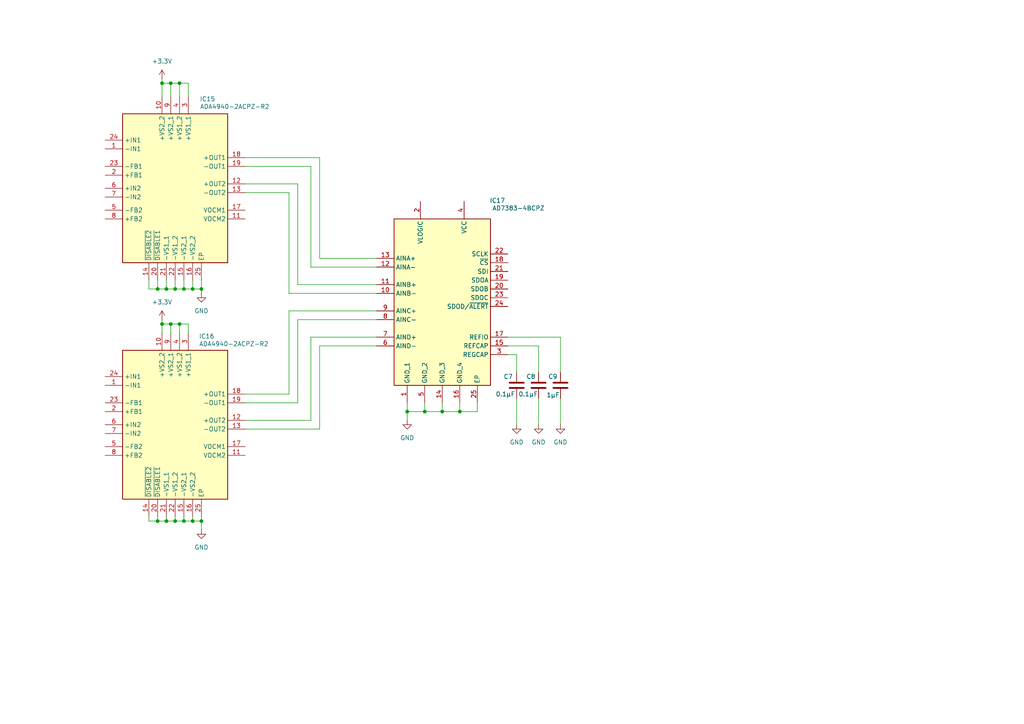
<source format=kicad_sch>
(kicad_sch (version 20250114) (generator "eeschema") (generator_version "9.0")
  (paper "A4")
  (lib_symbols
    (symbol "AD7383-4BCPZ_1"
      (property "Reference" "IC4" (at 32.512 25.654 0))
      (property "Value" "AD7383-4BCPZ" (at 38.608 23.4382 0))
      (symbol "AD7383-4BCPZ_1_1_1"
        (rectangle (start 2.54 20.32) (end 30.48 -27.94) (stroke (width 0.254)) (fill (type background)))
        (pin passive line (at -2.54 8.89 0) (length 5.08) (name "AINA+") (number "13"))
        (pin passive line (at -2.54 6.35 0) (length 5.08) (name "AINA-") (number "12"))
        (pin passive line (at -2.54 1.27 0) (length 5.08) (name "AINB+") (number "11"))
        (pin passive line (at -2.54 -1.27 0) (length 5.08) (name "AINB-") (number "10"))
        (pin passive line (at -2.54 -6.35 0) (length 5.08) (name "AINC+") (number "9"))
        (pin passive line (at -2.54 -8.89 0) (length 5.08) (name "AINC-") (number "8"))
        (pin passive line (at -2.54 -13.97 0) (length 5.08) (name "AIND+") (number "7"))
        (pin passive line (at -2.54 -16.51 0) (length 5.08) (name "AIND-") (number "6"))
        (pin passive line (at 6.35 -33.02 90) (length 5.08) (name "GND_1") (number "1"))
        (pin passive line (at 10.16 25.4 270) (length 5.08) (name "VLOGIC") (number "2"))
        (pin passive line (at 11.43 -33.02 90) (length 5.08) (name "GND_2") (number "5"))
        (pin passive line (at 16.51 -33.02 90) (length 5.08) (name "GND_3") (number "14"))
        (pin passive line (at 21.59 -33.02 90) (length 5.08) (name "GND_4") (number "16"))
        (pin passive line (at 22.86 25.4 270) (length 5.08) (name "VCC") (number "4"))
        (pin passive line (at 26.67 -33.02 90) (length 5.08) (name "EP") (number "25"))
        (pin passive line (at 35.56 10.16 180) (length 5.08) (name "SCLK") (number "22"))
        (pin passive line (at 35.56 7.62 180) (length 5.08) (name "~{CS}") (number "18"))
        (pin passive line (at 35.56 5.08 180) (length 5.08) (name "SDI") (number "21"))
        (pin passive line (at 35.56 2.54 180) (length 5.08) (name "SDOA") (number "19"))
        (pin passive line (at 35.56 0 180) (length 5.08) (name "SDOB") (number "20"))
        (pin passive line (at 35.56 -2.54 180) (length 5.08) (name "SDOC") (number "23"))
        (pin passive line (at 35.56 -5.08 180) (length 5.08) (name "SDOD/~{ALERT}") (number "24"))
        (pin passive line (at 35.56 -13.97 180) (length 5.08) (name "REFIO") (number "17"))
        (pin passive line (at 35.56 -16.51 180) (length 5.08) (name "REFCAP") (number "15"))
        (pin passive line (at 35.56 -19.05 180) (length 5.08) (name "REGCAP") (number "3"))
      )
    )
    (symbol "ADA4940-2ACPZ-R2_2"
      (property "Reference" "IC13" (at 40.894 23.368 0))
      (property "Value" "ADA4940-2ACPZ-R2" (at 48.768 21.1522 0))
      (symbol "ADA4940-2ACPZ-R2_2_1_1"
        (rectangle (start 5.08 17.78) (end 35.56 -25.4) (stroke (width 0.254)) (fill (type background)))
        (pin passive line (at 0 10.16 0) (length 5.08) (name "+IN1") (number "24"))
        (pin passive line (at 0 7.62 0) (length 5.08) (name "-IN1") (number "1"))
        (pin passive line (at 0 2.54 0) (length 5.08) (name "-FB1") (number "23"))
        (pin passive line (at 0 0 0) (length 5.08) (name "+FB1") (number "2"))
        (pin passive line (at 0 -3.81 0) (length 5.08) (name "+IN2") (number "6"))
        (pin passive line (at 0 -6.35 0) (length 5.08) (name "-IN2") (number "7"))
        (pin passive line (at 0 -10.16 0) (length 5.08) (name "-FB2") (number "5"))
        (pin passive line (at 0 -12.7 0) (length 5.08) (name "+FB2") (number "8"))
        (pin passive line (at 12.7 -30.48 90) (length 5.08) (name "~{DISABLE2}") (number "14"))
        (pin passive line (at 15.24 -30.48 90) (length 5.08) (name "~{DISABLE1}") (number "20"))
        (pin passive line (at 16.51 22.86 270) (length 5.08) (name "+VS2_2") (number "10"))
        (pin passive line (at 17.78 -30.48 90) (length 5.08) (name "-VS1_1") (number "21"))
        (pin passive line (at 19.05 22.86 270) (length 5.08) (name "+VS2_1") (number "9"))
        (pin passive line (at 20.32 -30.48 90) (length 5.08) (name "-VS1_2") (number "22"))
        (pin passive line (at 21.59 22.86 270) (length 5.08) (name "+VS1_2") (number "4"))
        (pin passive line (at 22.86 -30.48 90) (length 5.08) (name "-VS2_1") (number "15"))
        (pin passive line (at 24.13 22.86 270) (length 5.08) (name "+VS1_1") (number "3"))
        (pin passive line (at 25.4 -30.48 90) (length 5.08) (name "-VS2_2") (number "16"))
        (pin passive line (at 27.94 -30.48 90) (length 5.08) (name "EP") (number "25"))
        (pin passive line (at 40.64 5.08 180) (length 5.08) (name "+OUT1") (number "18"))
        (pin passive line (at 40.64 2.54 180) (length 5.08) (name "-OUT1") (number "19"))
        (pin passive line (at 40.64 -2.54 180) (length 5.08) (name "+OUT2") (number "12"))
        (pin passive line (at 40.64 -5.08 180) (length 5.08) (name "-OUT2") (number "13"))
        (pin passive line (at 40.64 -10.16 180) (length 5.08) (name "VOCM1") (number "17"))
        (pin passive line (at 40.64 -12.7 180) (length 5.08) (name "VOCM2") (number "11"))
      )
    )
    (symbol "Device:C" (pin_numbers (hide yes)) (pin_names (offset 0.254))
      (property "Reference" "C" (at 0.635 2.54 0))
      (property "Value" "C" (at 0.635 -2.54 0))
      (symbol "C_0_1"
        (polyline (pts (xy -2.032 0.762) (xy 2.032 0.762)) (stroke (width 0.508)))
        (polyline (pts (xy -2.032 -0.762) (xy 2.032 -0.762)) (stroke (width 0.508)))
      )
      (symbol "C_1_1"
        (pin passive line (at 0 3.81 270) (length 2.794) (name "~") (number "1"))
        (pin passive line (at 0 -3.81 90) (length 2.794) (name "~") (number "2"))
      )
    )
    (symbol "power:+3.3V" (power) (pin_numbers (hide yes)) (pin_names (offset 0) (hide yes))
      (property "Value" "+3.3V" (at 0 3.556 0))
      (symbol "+3.3V_0_1"
        (polyline (pts (xy -0.762 1.27) (xy 0 2.54)))
        (polyline (pts (xy 0 2.54) (xy 0.762 1.27)))
        (polyline (pts (xy 0 0) (xy 0 2.54)))
      )
      (symbol "+3.3V_1_1"
        (pin power_in line (at 0 0 90) (length 0) (name "~") (number "1"))
      )
    )
    (symbol "power:GND" (power) (pin_numbers (hide yes)) (pin_names (offset 0) (hide yes))
      (property "Value" "GND" (at 0 -3.81 0))
      (symbol "GND_0_1"
        (polyline (pts (xy 0 0) (xy 0 -1.27) (xy 1.27 -1.27) (xy 0 -2.54) (xy -1.27 -1.27) (xy 0 -1.27)))
      )
      (symbol "GND_1_1"
        (pin power_in line (at 0 0 270) (length 0) (name "~") (number "1"))
      )
    )
  )
  (junction (at 46.99 93.98))
  (junction (at 49.53 24.13))
  (junction (at 49.53 93.98))
  (junction (at 48.26 83.82))
  (junction (at 50.8 151.13))
  (junction (at 133.35 119.38))
  (junction (at 118.11 119.38))
  (junction (at 123.19 119.38))
  (junction (at 52.07 93.98))
  (junction (at 52.07 24.13))
  (junction (at 55.88 151.13))
  (junction (at 53.34 151.13))
  (junction (at 53.34 83.82))
  (junction (at 46.99 24.13))
  (junction (at 55.88 83.82))
  (junction (at 58.42 151.13))
  (junction (at 128.27 119.38))
  (junction (at 58.42 83.82))
  (junction (at 48.26 151.13))
  (junction (at 45.72 83.82))
  (junction (at 45.72 151.13))
  (junction (at 50.8 83.82))
  (wire (pts (xy 58.42 149.86) (xy 58.42 151.13)))
  (wire (pts (xy 48.26 149.86) (xy 48.26 151.13)))
  (wire (pts (xy 55.88 83.82) (xy 53.34 83.82)))
  (wire (pts (xy 92.71 45.72) (xy 71.12 45.72)))
  (wire (pts (xy 71.12 121.92) (xy 90.17 121.92)))
  (wire (pts (xy 133.35 119.38) (xy 138.43 119.38)))
  (wire (pts (xy 45.72 81.28) (xy 45.72 83.82)))
  (wire (pts (xy 53.34 83.82) (xy 50.8 83.82)))
  (wire (pts (xy 58.42 151.13) (xy 58.42 153.67)))
  (wire (pts (xy 123.19 116.84) (xy 123.19 119.38)))
  (wire (pts (xy 54.61 27.94) (xy 54.61 24.13)))
  (wire (pts (xy 147.32 102.87) (xy 149.86 102.87)))
  (wire (pts (xy 58.42 83.82) (xy 55.88 83.82)))
  (wire (pts (xy 46.99 22.86) (xy 46.99 24.13)))
  (wire (pts (xy 52.07 93.98) (xy 49.53 93.98)))
  (wire (pts (xy 43.18 81.28) (xy 43.18 83.82)))
  (wire (pts (xy 162.56 97.79) (xy 162.56 107.95)))
  (wire (pts (xy 83.82 114.3) (xy 71.12 114.3)))
  (wire (pts (xy 71.12 48.26) (xy 90.17 48.26)))
  (wire (pts (xy 48.26 83.82) (xy 45.72 83.82)))
  (wire (pts (xy 49.53 93.98) (xy 49.53 96.52)))
  (wire (pts (xy 53.34 149.86) (xy 53.34 151.13)))
  (wire (pts (xy 138.43 116.84) (xy 138.43 119.38)))
  (wire (pts (xy 58.42 85.09) (xy 58.42 83.82)))
  (wire (pts (xy 52.07 27.94) (xy 52.07 24.13)))
  (wire (pts (xy 54.61 96.52) (xy 54.61 93.98)))
  (wire (pts (xy 52.07 93.98) (xy 52.07 96.52)))
  (wire (pts (xy 83.82 85.09) (xy 109.22 85.09)))
  (wire (pts (xy 45.72 149.86) (xy 45.72 151.13)))
  (wire (pts (xy 46.99 92.71) (xy 46.99 93.98)))
  (wire (pts (xy 71.12 53.34) (xy 86.36 53.34)))
  (wire (pts (xy 149.86 115.57) (xy 149.86 123.19)))
  (wire (pts (xy 147.32 100.33) (xy 156.21 100.33)))
  (wire (pts (xy 83.82 90.17) (xy 83.82 114.3)))
  (wire (pts (xy 50.8 149.86) (xy 50.8 151.13)))
  (wire (pts (xy 86.36 92.71) (xy 109.22 92.71)))
  (wire (pts (xy 90.17 77.47) (xy 109.22 77.47)))
  (wire (pts (xy 49.53 27.94) (xy 49.53 24.13)))
  (wire (pts (xy 71.12 124.46) (xy 92.71 124.46)))
  (wire (pts (xy 48.26 151.13) (xy 45.72 151.13)))
  (wire (pts (xy 54.61 93.98) (xy 52.07 93.98)))
  (wire (pts (xy 128.27 119.38) (xy 133.35 119.38)))
  (wire (pts (xy 43.18 151.13) (xy 43.18 149.86)))
  (wire (pts (xy 52.07 24.13) (xy 49.53 24.13)))
  (wire (pts (xy 45.72 151.13) (xy 43.18 151.13)))
  (wire (pts (xy 156.21 100.33) (xy 156.21 107.95)))
  (wire (pts (xy 118.11 121.92) (xy 118.11 119.38)))
  (wire (pts (xy 46.99 93.98) (xy 46.99 96.52)))
  (wire (pts (xy 92.71 74.93) (xy 92.71 45.72)))
  (wire (pts (xy 90.17 97.79) (xy 109.22 97.79)))
  (wire (pts (xy 109.22 74.93) (xy 92.71 74.93)))
  (wire (pts (xy 53.34 151.13) (xy 50.8 151.13)))
  (wire (pts (xy 90.17 121.92) (xy 90.17 97.79)))
  (wire (pts (xy 49.53 93.98) (xy 46.99 93.98)))
  (wire (pts (xy 48.26 81.28) (xy 48.26 83.82)))
  (wire (pts (xy 58.42 81.28) (xy 58.42 83.82)))
  (wire (pts (xy 53.34 81.28) (xy 53.34 83.82)))
  (wire (pts (xy 133.35 116.84) (xy 133.35 119.38)))
  (wire (pts (xy 49.53 24.13) (xy 46.99 24.13)))
  (wire (pts (xy 50.8 81.28) (xy 50.8 83.82)))
  (wire (pts (xy 46.99 24.13) (xy 46.99 27.94)))
  (wire (pts (xy 83.82 55.88) (xy 83.82 85.09)))
  (wire (pts (xy 109.22 90.17) (xy 83.82 90.17)))
  (wire (pts (xy 147.32 97.79) (xy 162.56 97.79)))
  (wire (pts (xy 54.61 24.13) (xy 52.07 24.13)))
  (wire (pts (xy 128.27 116.84) (xy 128.27 119.38)))
  (wire (pts (xy 45.72 83.82) (xy 43.18 83.82)))
  (wire (pts (xy 50.8 151.13) (xy 48.26 151.13)))
  (wire (pts (xy 86.36 82.55) (xy 109.22 82.55)))
  (wire (pts (xy 55.88 149.86) (xy 55.88 151.13)))
  (wire (pts (xy 92.71 100.33) (xy 109.22 100.33)))
  (wire (pts (xy 71.12 55.88) (xy 83.82 55.88)))
  (wire (pts (xy 50.8 83.82) (xy 48.26 83.82)))
  (wire (pts (xy 118.11 116.84) (xy 118.11 119.38)))
  (wire (pts (xy 86.36 53.34) (xy 86.36 82.55)))
  (wire (pts (xy 92.71 124.46) (xy 92.71 100.33)))
  (wire (pts (xy 156.21 115.57) (xy 156.21 123.19)))
  (wire (pts (xy 118.11 119.38) (xy 123.19 119.38)))
  (wire (pts (xy 55.88 151.13) (xy 53.34 151.13)))
  (wire (pts (xy 123.19 119.38) (xy 128.27 119.38)))
  (wire (pts (xy 58.42 151.13) (xy 55.88 151.13)))
  (wire (pts (xy 55.88 81.28) (xy 55.88 83.82)))
  (wire (pts (xy 162.56 115.57) (xy 162.56 123.19)))
  (wire (pts (xy 71.12 116.84) (xy 86.36 116.84)))
  (wire (pts (xy 90.17 48.26) (xy 90.17 77.47)))
  (wire (pts (xy 86.36 116.84) (xy 86.36 92.71)))
  (wire (pts (xy 149.86 102.87) (xy 149.86 107.95)))
  (symbol (lib_id "power:GND") (at 156.21 123.19 0) (unit 1)
    (property "Reference" "#PWR022" (effects (hide yes)))
    (property "Value" "GND" (at 156.21 128.27 0))
    (property "Description" "Power symbol creates a global label with name \"GND\" , ground" (effects (hide yes)))
  )
  (symbol (lib_id "power:GND") (at 162.56 123.19 0) (unit 1)
    (property "Reference" "#PWR023" (effects (hide yes)))
    (property "Value" "GND" (at 162.56 128.27 0))
    (property "Description" "Power symbol creates a global label with name \"GND\" , ground" (effects (hide yes)))
  )
  (symbol (lib_name "ADA4940-2ACPZ-R2_2") (lib_id "SamacSys_Parts:ADA4940-2ACPZ-R2") (at 30.48 50.8 0) (unit 1)
    (property "Reference" "IC15" (at 60.198 28.702 0))
    (property "Value" "ADA4940-2ACPZ-R2" (at 68.072 30.9178 0))
    (property "Footprint" "QFN50P400X400X80-25N-D" (effects (hide yes)))
    (property "Datasheet" "https://www.analog.com/ADA4940-2/datasheet" (effects (hide yes)))
    (property "Height" "0.8" (effects (hide yes)))
    (property "Manufacturer_Name" "Analog Devices" (effects (hide yes)))
    (property "Manufacturer_Part_Number" "ADA4940-2ACPZ-R2" (effects (hide yes)))
    (property "Mouser Part Number" "584-ADA4940-2ACPZ-R2" (effects (hide yes)))
    (property "Mouser Price/Stock" "https://www.mouser.co.uk/ProductDetail/Analog-Devices/ADA4940-2ACPZ-R2?qs=pqQDoYZ2quYnhnUr5KPbGA%3D%3D" (effects (hide yes)))
    (property "Arrow Part Number" "ADA4940-2ACPZ-R2" (effects (hide yes)))
    (property "Arrow Price/Stock" "https://www.arrow.com/en/products/ada4940-2acpz-r2/analog-devices?region=asia" (effects (hide yes)))
  )
  (symbol (lib_id "power:GND") (at 118.11 121.92 0) (unit 1)
    (property "Reference" "#PWR020" (effects (hide yes)))
    (property "Value" "GND" (at 118.11 127 0))
    (property "Description" "Power symbol creates a global label with name \"GND\" , ground" (effects (hide yes)))
  )
  (symbol (lib_id "power:+3.3V") (at 46.99 22.86 0) (unit 1)
    (property "Reference" "#PWR016" (effects (hide yes)))
    (property "Value" "+3.3V" (at 46.99 17.78 0))
    (property "Description" "Power symbol creates a global label with name \"+3.3V\"" (effects (hide yes)))
  )
  (symbol (lib_id "Device:C") (at 162.56 111.76 0) (unit 1)
    (property "Reference" "C9" (at 159.004 109.22 0) (effects (justify left)))
    (property "Value" "1µF" (at 158.496 114.554 0) (effects (justify left)))
    (property "Description" "Unpolarized capacitor" (effects (hide yes)))
  )
  (symbol (lib_id "power:GND") (at 58.42 85.09 0) (unit 1)
    (property "Reference" "#PWR018" (effects (hide yes)))
    (property "Value" "GND" (at 58.42 90.17 0))
    (property "Description" "Power symbol creates a global label with name \"GND\" , ground" (effects (hide yes)))
  )
  (symbol (lib_id "power:+3.3V") (at 46.99 92.71 0) (unit 1)
    (property "Reference" "#PWR017" (effects (hide yes)))
    (property "Value" "+3.3V" (at 46.99 87.63 0))
    (property "Description" "Power symbol creates a global label with name \"+3.3V\"" (effects (hide yes)))
  )
  (symbol (lib_id "Device:C") (at 156.21 111.76 0) (unit 1)
    (property "Reference" "C8" (at 152.654 109.22 0) (effects (justify left)))
    (property "Value" "0.1µF" (at 150.368 114.3 0) (effects (justify left)))
    (property "Description" "Unpolarized capacitor" (effects (hide yes)))
  )
  (symbol (lib_name "ADA4940-2ACPZ-R2_2") (lib_id "SamacSys_Parts:ADA4940-2ACPZ-R2") (at 30.48 119.38 0) (unit 1)
    (property "Reference" "IC16" (at 59.944 97.536 0))
    (property "Value" "ADA4940-2ACPZ-R2" (at 67.818 99.7518 0))
    (property "Footprint" "QFN50P400X400X80-25N-D" (effects (hide yes)))
    (property "Datasheet" "https://www.analog.com/ADA4940-2/datasheet" (effects (hide yes)))
    (property "Height" "0.8" (effects (hide yes)))
    (property "Manufacturer_Name" "Analog Devices" (effects (hide yes)))
    (property "Manufacturer_Part_Number" "ADA4940-2ACPZ-R2" (effects (hide yes)))
    (property "Mouser Part Number" "584-ADA4940-2ACPZ-R2" (effects (hide yes)))
    (property "Mouser Price/Stock" "https://www.mouser.co.uk/ProductDetail/Analog-Devices/ADA4940-2ACPZ-R2?qs=pqQDoYZ2quYnhnUr5KPbGA%3D%3D" (effects (hide yes)))
    (property "Arrow Part Number" "ADA4940-2ACPZ-R2" (effects (hide yes)))
    (property "Arrow Price/Stock" "https://www.arrow.com/en/products/ada4940-2acpz-r2/analog-devices?region=asia" (effects (hide yes)))
  )
  (symbol (lib_id "power:GND") (at 58.42 153.67 0) (unit 1)
    (property "Reference" "#PWR019" (effects (hide yes)))
    (property "Value" "GND" (at 58.42 158.75 0))
    (property "Description" "Power symbol creates a global label with name \"GND\" , ground" (effects (hide yes)))
  )
  (symbol (lib_id "power:GND") (at 149.86 123.19 0) (unit 1)
    (property "Reference" "#PWR021" (effects (hide yes)))
    (property "Value" "GND" (at 149.86 128.27 0))
    (property "Description" "Power symbol creates a global label with name \"GND\" , ground" (effects (hide yes)))
  )
  (symbol (lib_name "AD7383-4BCPZ_1") (lib_id "SamacSys_Parts:AD7383-4BCPZ") (at 111.76 83.82 0) (unit 1)
    (property "Reference" "IC17" (at 144.272 58.166 0))
    (property "Value" "AD7383-4BCPZ" (at 150.368 60.3818 0))
    (property "Footprint" "QFN50P400X400X60-25N-D" (effects (hide yes)))
    (property "Datasheet" "https://www.analog.com/media/en/technical-documentation/data-sheets/ad7383-4-ad7384-4.pdf" (effects (hide yes)))
    (property "Height" "0.6" (effects (hide yes)))
    (property "Manufacturer_Name" "Analog Devices" (effects (hide yes)))
    (property "Manufacturer_Part_Number" "AD7383-4BCPZ" (effects (hide yes)))
    (property "Mouser Part Number" "584-AD7383-4BCPZ" (effects (hide yes)))
    (property "Mouser Price/Stock" "https://www.mouser.co.uk/ProductDetail/Analog-Devices/AD7383-4BCPZ?qs=ulEaXIWI0c%252BXVIfh9KuC9g%3D%3D" (effects (hide yes)))
  )
  (symbol (lib_id "Device:C") (at 149.86 111.76 0) (unit 1)
    (property "Reference" "C7" (at 146.05 109.22 0) (effects (justify left)))
    (property "Value" "0.1µF" (at 143.764 114.3 0) (effects (justify left)))
    (property "Description" "Unpolarized capacitor" (effects (hide yes)))
  )
)
</source>
